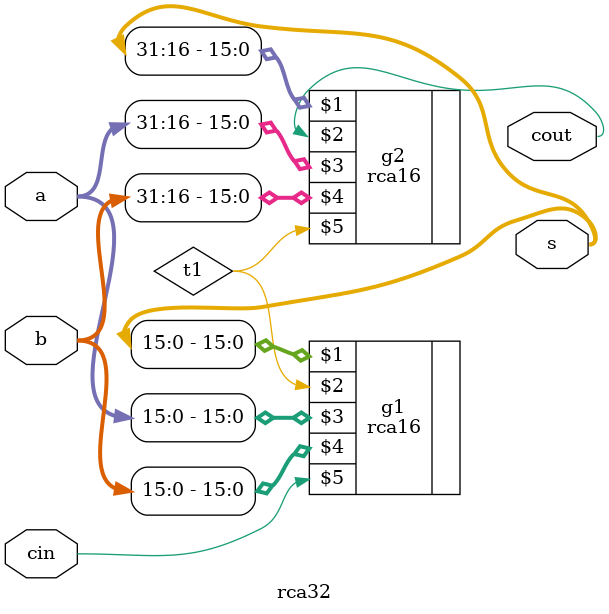
<source format=v>
`timescale 1ns / 1ps
module rca32(output [31:0] s, output cout, input [31:0] a, input [31:0] b, input cin);

	wire t1;

	rca16 g1(s[15:0], t1, a[15:0], b[15:0], cin);
	rca16 g2(s[31:16], cout, a[31:16], b[31:16], t1);

endmodule

</source>
